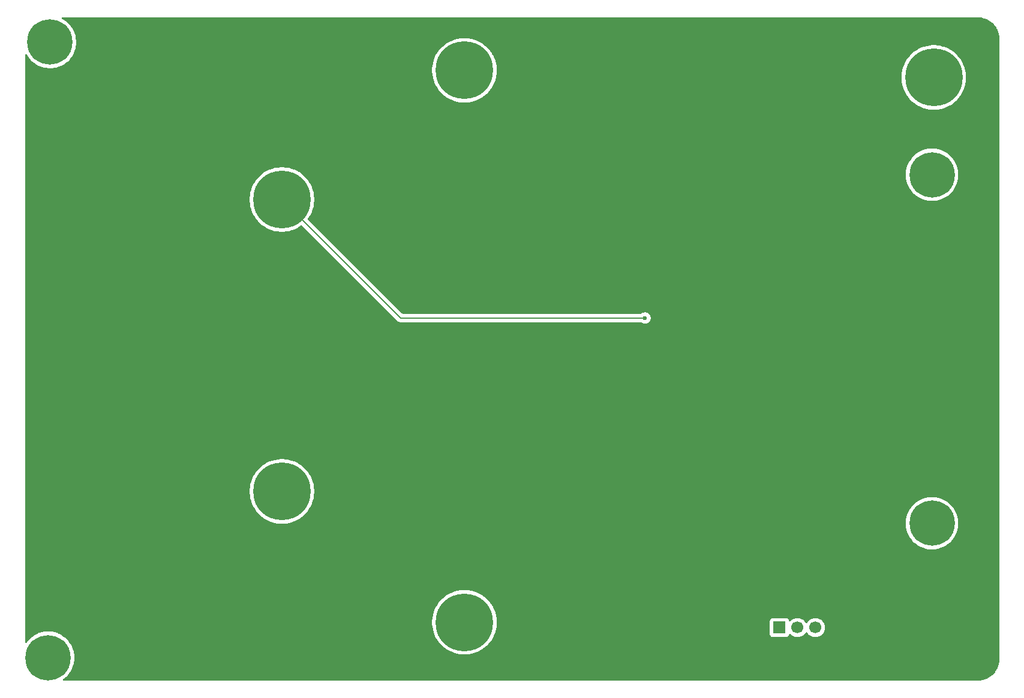
<source format=gbr>
%TF.GenerationSoftware,KiCad,Pcbnew,9.0.3*%
%TF.CreationDate,2025-10-13T23:01:42-05:00*%
%TF.ProjectId,SuppMonTester,53757070-4d6f-46e5-9465-737465722e6b,rev?*%
%TF.SameCoordinates,Original*%
%TF.FileFunction,Copper,L2,Bot*%
%TF.FilePolarity,Positive*%
%FSLAX46Y46*%
G04 Gerber Fmt 4.6, Leading zero omitted, Abs format (unit mm)*
G04 Created by KiCad (PCBNEW 9.0.3) date 2025-10-13 23:01:42*
%MOMM*%
%LPD*%
G01*
G04 APERTURE LIST*
%TA.AperFunction,ComponentPad*%
%ADD10C,6.400000*%
%TD*%
%TA.AperFunction,ComponentPad*%
%ADD11C,8.115000*%
%TD*%
%TA.AperFunction,ComponentPad*%
%ADD12R,1.700000X1.700000*%
%TD*%
%TA.AperFunction,ComponentPad*%
%ADD13C,1.700000*%
%TD*%
%TA.AperFunction,ViaPad*%
%ADD14C,0.600000*%
%TD*%
%TA.AperFunction,Conductor*%
%ADD15C,0.200000*%
%TD*%
G04 APERTURE END LIST*
D10*
%TO.P,H2,1*%
%TO.N,N/C*%
X154500000Y-59250000D03*
%TD*%
D11*
%TO.P,J6,1,Pin_1*%
%TO.N,/UNREG_SENSE-*%
X88500000Y-44500000D03*
%TD*%
D12*
%TO.P,J3,1,Pin_1*%
%TO.N,/SER*%
X132960000Y-123250000D03*
D13*
%TO.P,J3,2,Pin_2*%
%TO.N,/SRCLK*%
X135500000Y-123250000D03*
%TO.P,J3,3,Pin_3*%
%TO.N,/RCLK*%
X138040000Y-123250000D03*
%TO.P,J3,4,Pin_4*%
%TO.N,GND*%
X140580000Y-123250000D03*
%TD*%
D10*
%TO.P,H4,1*%
%TO.N,N/C*%
X154500000Y-108500000D03*
%TD*%
%TO.P,H3,1*%
%TO.N,N/C*%
X29750000Y-127500000D03*
%TD*%
%TO.P,H1,1*%
%TO.N,N/C*%
X30000000Y-40500000D03*
%TD*%
D11*
%TO.P,J9,1,Pin_1*%
%TO.N,+3.3V*%
X154750000Y-45500000D03*
%TD*%
%TO.P,J8,1,Pin_1*%
%TO.N,GND*%
X154750000Y-123250000D03*
%TD*%
%TO.P,J7,1,Pin_1*%
%TO.N,/REG_SENSE-*%
X88500000Y-122500000D03*
%TD*%
%TO.P,J5,1,Pin_1*%
%TO.N,GND*%
X60250000Y-83375000D03*
%TD*%
%TO.P,J4,1,Pin_1*%
%TO.N,/REG_SENSE+*%
X62750000Y-104000000D03*
%TD*%
%TO.P,J2,1,Pin_1*%
%TO.N,/UNREG_SENSE+*%
X62750000Y-62750000D03*
%TD*%
D14*
%TO.N,GND*%
X124750000Y-82250000D03*
X124750000Y-80750000D03*
X123750000Y-83250000D03*
X122250000Y-83250000D03*
X123750000Y-79750000D03*
X122250000Y-79750000D03*
%TO.N,/UNREG_SENSE+*%
X114000000Y-79500000D03*
%TO.N,GND*%
X48000000Y-104250000D03*
X48000000Y-105750000D03*
X46000000Y-104250000D03*
X44000000Y-105750000D03*
X48000000Y-102750000D03*
X44000000Y-104250000D03*
X46000000Y-105750000D03*
X46000000Y-102750000D03*
X48000000Y-101250000D03*
X46000000Y-101250000D03*
X44000000Y-101250000D03*
X44000000Y-102750000D03*
X48000000Y-64500000D03*
X46000000Y-64500000D03*
X44000000Y-64500000D03*
X48000000Y-63000000D03*
X46000000Y-63000000D03*
X44000000Y-63000000D03*
X48000000Y-61500000D03*
X46000000Y-61500000D03*
X44000000Y-61500000D03*
X48000000Y-60000000D03*
X46000000Y-60000000D03*
X44000000Y-60000000D03*
%TD*%
D15*
%TO.N,/UNREG_SENSE+*%
X79500000Y-79500000D02*
X114000000Y-79500000D01*
X62750000Y-62750000D02*
X79500000Y-79500000D01*
%TD*%
%TA.AperFunction,Conductor*%
%TO.N,GND*%
G36*
X161003243Y-37000669D02*
G01*
X161212062Y-37011614D01*
X161307046Y-37016592D01*
X161319953Y-37017949D01*
X161451089Y-37038718D01*
X161617209Y-37065028D01*
X161629896Y-37067724D01*
X161920625Y-37145625D01*
X161932965Y-37149635D01*
X162213938Y-37257490D01*
X162225790Y-37262767D01*
X162493968Y-37399411D01*
X162505199Y-37405896D01*
X162687295Y-37524150D01*
X162757608Y-37569812D01*
X162768109Y-37577441D01*
X163002010Y-37766850D01*
X163011655Y-37775535D01*
X163224464Y-37988344D01*
X163233149Y-37997989D01*
X163422558Y-38231890D01*
X163430187Y-38242391D01*
X163594101Y-38494796D01*
X163600591Y-38506036D01*
X163737231Y-38774206D01*
X163742510Y-38786064D01*
X163850363Y-39067033D01*
X163854374Y-39079376D01*
X163932273Y-39370097D01*
X163934971Y-39382794D01*
X163982050Y-39680046D01*
X163983407Y-39692953D01*
X163999330Y-39996756D01*
X163999500Y-40003246D01*
X163999500Y-127746753D01*
X163999330Y-127753243D01*
X163983407Y-128057046D01*
X163982050Y-128069953D01*
X163934971Y-128367205D01*
X163932273Y-128379902D01*
X163854374Y-128670623D01*
X163850363Y-128682966D01*
X163742510Y-128963935D01*
X163737231Y-128975793D01*
X163600591Y-129243963D01*
X163594101Y-129255203D01*
X163430187Y-129507608D01*
X163422558Y-129518109D01*
X163233149Y-129752010D01*
X163224464Y-129761655D01*
X163011655Y-129974464D01*
X163002010Y-129983149D01*
X162768109Y-130172558D01*
X162757608Y-130180187D01*
X162505203Y-130344101D01*
X162493963Y-130350591D01*
X162225793Y-130487231D01*
X162213935Y-130492510D01*
X161932966Y-130600363D01*
X161920623Y-130604374D01*
X161629902Y-130682273D01*
X161617205Y-130684971D01*
X161319953Y-130732050D01*
X161307046Y-130733407D01*
X161003244Y-130749330D01*
X160996754Y-130749500D01*
X31956277Y-130749500D01*
X31889238Y-130729815D01*
X31843483Y-130677011D01*
X31833539Y-130607853D01*
X31862564Y-130544297D01*
X31887386Y-130522398D01*
X31957044Y-130475854D01*
X32238101Y-130245197D01*
X32495197Y-129988101D01*
X32725854Y-129707044D01*
X32927853Y-129404732D01*
X33099247Y-129084076D01*
X33238386Y-128748164D01*
X33343930Y-128400233D01*
X33343932Y-128400223D01*
X33343935Y-128400212D01*
X33410903Y-128063533D01*
X33414862Y-128043631D01*
X33450500Y-127681794D01*
X33450500Y-127318206D01*
X33414862Y-126956369D01*
X33393940Y-126851186D01*
X33343935Y-126599787D01*
X33343932Y-126599776D01*
X33343931Y-126599773D01*
X33343930Y-126599767D01*
X33238386Y-126251836D01*
X33099247Y-125915924D01*
X32927853Y-125595268D01*
X32725854Y-125292956D01*
X32495197Y-125011899D01*
X32495196Y-125011898D01*
X32495192Y-125011893D01*
X32238106Y-124754807D01*
X31957049Y-124524150D01*
X31957048Y-124524149D01*
X31957044Y-124524146D01*
X31654732Y-124322147D01*
X31654727Y-124322144D01*
X31654720Y-124322140D01*
X31334083Y-124150756D01*
X31334078Y-124150754D01*
X31327120Y-124147872D01*
X31235690Y-124110000D01*
X30998165Y-124011614D01*
X30650223Y-123906067D01*
X30650212Y-123906064D01*
X30293630Y-123835137D01*
X30021111Y-123808296D01*
X29931794Y-123799500D01*
X29568206Y-123799500D01*
X29485679Y-123807628D01*
X29206369Y-123835137D01*
X28849787Y-123906064D01*
X28849776Y-123906067D01*
X28501834Y-124011614D01*
X28165921Y-124150754D01*
X28165916Y-124150756D01*
X27845279Y-124322140D01*
X27845261Y-124322151D01*
X27542964Y-124524140D01*
X27542950Y-124524150D01*
X27261893Y-124754807D01*
X27004807Y-125011893D01*
X26774150Y-125292950D01*
X26774139Y-125292964D01*
X26727602Y-125362613D01*
X26673989Y-125407418D01*
X26604664Y-125416125D01*
X26541637Y-125385970D01*
X26504918Y-125326527D01*
X26500500Y-125293722D01*
X26500500Y-122300989D01*
X83942000Y-122300989D01*
X83942000Y-122699010D01*
X83976689Y-123095507D01*
X84045803Y-123487466D01*
X84045806Y-123487479D01*
X84148813Y-123871912D01*
X84148816Y-123871922D01*
X84148817Y-123871923D01*
X84270951Y-124207483D01*
X84284951Y-124245946D01*
X84453143Y-124606637D01*
X84453156Y-124606661D01*
X84652155Y-124951336D01*
X84652164Y-124951351D01*
X84880455Y-125277384D01*
X85075594Y-125509941D01*
X85136289Y-125582274D01*
X85417726Y-125863711D01*
X85479951Y-125915924D01*
X85722615Y-126119544D01*
X85722621Y-126119548D01*
X85722622Y-126119549D01*
X86048655Y-126347840D01*
X86371697Y-126534348D01*
X86393338Y-126546843D01*
X86393362Y-126546856D01*
X86754053Y-126715048D01*
X86754058Y-126715049D01*
X86754067Y-126715054D01*
X87128077Y-126851183D01*
X87128083Y-126851184D01*
X87128087Y-126851186D01*
X87232780Y-126879238D01*
X87512528Y-126954196D01*
X87904495Y-127023311D01*
X88300991Y-127057999D01*
X88300992Y-127058000D01*
X88300993Y-127058000D01*
X88699008Y-127058000D01*
X88699008Y-127057999D01*
X89095505Y-127023311D01*
X89487472Y-126954196D01*
X89871923Y-126851183D01*
X90245933Y-126715054D01*
X90493125Y-126599787D01*
X90606637Y-126546856D01*
X90606645Y-126546851D01*
X90606655Y-126546847D01*
X90951345Y-126347840D01*
X91277378Y-126119549D01*
X91582274Y-125863711D01*
X91863711Y-125582274D01*
X92119549Y-125277378D01*
X92347840Y-124951345D01*
X92546847Y-124606655D01*
X92546851Y-124606645D01*
X92546856Y-124606637D01*
X92715048Y-124245946D01*
X92715048Y-124245945D01*
X92715054Y-124245933D01*
X92851183Y-123871923D01*
X92954196Y-123487472D01*
X93023311Y-123095505D01*
X93058000Y-122699007D01*
X93058000Y-122352135D01*
X131609500Y-122352135D01*
X131609500Y-124147870D01*
X131609501Y-124147876D01*
X131615908Y-124207483D01*
X131666202Y-124342328D01*
X131666206Y-124342335D01*
X131752452Y-124457544D01*
X131752455Y-124457547D01*
X131867664Y-124543793D01*
X131867671Y-124543797D01*
X132002517Y-124594091D01*
X132002516Y-124594091D01*
X132009444Y-124594835D01*
X132062127Y-124600500D01*
X133857872Y-124600499D01*
X133917483Y-124594091D01*
X134052331Y-124543796D01*
X134167546Y-124457546D01*
X134253796Y-124342331D01*
X134302810Y-124210916D01*
X134344681Y-124154984D01*
X134410145Y-124130566D01*
X134478418Y-124145417D01*
X134506673Y-124166569D01*
X134620213Y-124280109D01*
X134792179Y-124405048D01*
X134792181Y-124405049D01*
X134792184Y-124405051D01*
X134981588Y-124501557D01*
X135183757Y-124567246D01*
X135393713Y-124600500D01*
X135393714Y-124600500D01*
X135606286Y-124600500D01*
X135606287Y-124600500D01*
X135816243Y-124567246D01*
X136018412Y-124501557D01*
X136207816Y-124405051D01*
X136294138Y-124342335D01*
X136379786Y-124280109D01*
X136379788Y-124280106D01*
X136379792Y-124280104D01*
X136530104Y-124129792D01*
X136530106Y-124129788D01*
X136530109Y-124129786D01*
X136655048Y-123957820D01*
X136655047Y-123957820D01*
X136655051Y-123957816D01*
X136659514Y-123949054D01*
X136707488Y-123898259D01*
X136775308Y-123881463D01*
X136841444Y-123903999D01*
X136880486Y-123949056D01*
X136884951Y-123957820D01*
X137009890Y-124129786D01*
X137160213Y-124280109D01*
X137332179Y-124405048D01*
X137332181Y-124405049D01*
X137332184Y-124405051D01*
X137521588Y-124501557D01*
X137723757Y-124567246D01*
X137933713Y-124600500D01*
X137933714Y-124600500D01*
X138146286Y-124600500D01*
X138146287Y-124600500D01*
X138356243Y-124567246D01*
X138558412Y-124501557D01*
X138747816Y-124405051D01*
X138834138Y-124342335D01*
X138919786Y-124280109D01*
X138919788Y-124280106D01*
X138919792Y-124280104D01*
X139070104Y-124129792D01*
X139070106Y-124129788D01*
X139070109Y-124129786D01*
X139195048Y-123957820D01*
X139195047Y-123957820D01*
X139195051Y-123957816D01*
X139291557Y-123768412D01*
X139357246Y-123566243D01*
X139390500Y-123356287D01*
X139390500Y-123143713D01*
X139357246Y-122933757D01*
X139291557Y-122731588D01*
X139195051Y-122542184D01*
X139195049Y-122542181D01*
X139195048Y-122542179D01*
X139070109Y-122370213D01*
X138919786Y-122219890D01*
X138747820Y-122094951D01*
X138558414Y-121998444D01*
X138558413Y-121998443D01*
X138558412Y-121998443D01*
X138356243Y-121932754D01*
X138356241Y-121932753D01*
X138356240Y-121932753D01*
X138194957Y-121907208D01*
X138146287Y-121899500D01*
X137933713Y-121899500D01*
X137885042Y-121907208D01*
X137723760Y-121932753D01*
X137521585Y-121998444D01*
X137332179Y-122094951D01*
X137160213Y-122219890D01*
X137009890Y-122370213D01*
X136884949Y-122542182D01*
X136880484Y-122550946D01*
X136832509Y-122601742D01*
X136764688Y-122618536D01*
X136698553Y-122595998D01*
X136659516Y-122550946D01*
X136655050Y-122542182D01*
X136530109Y-122370213D01*
X136379786Y-122219890D01*
X136207820Y-122094951D01*
X136018414Y-121998444D01*
X136018413Y-121998443D01*
X136018412Y-121998443D01*
X135816243Y-121932754D01*
X135816241Y-121932753D01*
X135816240Y-121932753D01*
X135654957Y-121907208D01*
X135606287Y-121899500D01*
X135393713Y-121899500D01*
X135345042Y-121907208D01*
X135183760Y-121932753D01*
X134981585Y-121998444D01*
X134792179Y-122094951D01*
X134620215Y-122219889D01*
X134506673Y-122333431D01*
X134445350Y-122366915D01*
X134375658Y-122361931D01*
X134319725Y-122320059D01*
X134302810Y-122289082D01*
X134253797Y-122157671D01*
X134253793Y-122157664D01*
X134167547Y-122042455D01*
X134167544Y-122042452D01*
X134052335Y-121956206D01*
X134052328Y-121956202D01*
X133917482Y-121905908D01*
X133917483Y-121905908D01*
X133857883Y-121899501D01*
X133857881Y-121899500D01*
X133857873Y-121899500D01*
X133857864Y-121899500D01*
X132062129Y-121899500D01*
X132062123Y-121899501D01*
X132002516Y-121905908D01*
X131867671Y-121956202D01*
X131867664Y-121956206D01*
X131752455Y-122042452D01*
X131752452Y-122042455D01*
X131666206Y-122157664D01*
X131666202Y-122157671D01*
X131615908Y-122292517D01*
X131609501Y-122352116D01*
X131609500Y-122352135D01*
X93058000Y-122352135D01*
X93058000Y-122300993D01*
X93023311Y-121904495D01*
X92954196Y-121512528D01*
X92851183Y-121128077D01*
X92715054Y-120754067D01*
X92715049Y-120754058D01*
X92715048Y-120754053D01*
X92546856Y-120393362D01*
X92546843Y-120393338D01*
X92534348Y-120371697D01*
X92347840Y-120048655D01*
X92119549Y-119722622D01*
X92119548Y-119722621D01*
X92119544Y-119722615D01*
X91863708Y-119417723D01*
X91582276Y-119136291D01*
X91277384Y-118880455D01*
X90951351Y-118652164D01*
X90951348Y-118652162D01*
X90951345Y-118652160D01*
X90848936Y-118593034D01*
X90606661Y-118453156D01*
X90606637Y-118453143D01*
X90245946Y-118284951D01*
X90245935Y-118284947D01*
X90245933Y-118284946D01*
X89871923Y-118148817D01*
X89871922Y-118148816D01*
X89871912Y-118148813D01*
X89487479Y-118045806D01*
X89487482Y-118045806D01*
X89487472Y-118045804D01*
X89432130Y-118036045D01*
X89095507Y-117976689D01*
X88699010Y-117942000D01*
X88699007Y-117942000D01*
X88300993Y-117942000D01*
X88300989Y-117942000D01*
X87904492Y-117976689D01*
X87512533Y-118045803D01*
X87512530Y-118045803D01*
X87512528Y-118045804D01*
X87512523Y-118045805D01*
X87512520Y-118045806D01*
X87128087Y-118148813D01*
X86754053Y-118284951D01*
X86393362Y-118453143D01*
X86393338Y-118453156D01*
X86048663Y-118652155D01*
X86048648Y-118652164D01*
X85722615Y-118880455D01*
X85417723Y-119136291D01*
X85136291Y-119417723D01*
X84880455Y-119722615D01*
X84652164Y-120048648D01*
X84652155Y-120048663D01*
X84453156Y-120393338D01*
X84453143Y-120393362D01*
X84284951Y-120754053D01*
X84148813Y-121128087D01*
X84045806Y-121512520D01*
X84045803Y-121512533D01*
X83976689Y-121904492D01*
X83942000Y-122300989D01*
X26500500Y-122300989D01*
X26500500Y-103800989D01*
X58192000Y-103800989D01*
X58192000Y-104199010D01*
X58226689Y-104595507D01*
X58295803Y-104987466D01*
X58295806Y-104987479D01*
X58398813Y-105371912D01*
X58534951Y-105745946D01*
X58703143Y-106106637D01*
X58703156Y-106106661D01*
X58902155Y-106451336D01*
X58902164Y-106451351D01*
X59130455Y-106777384D01*
X59325594Y-107009941D01*
X59386289Y-107082274D01*
X59667726Y-107363711D01*
X59776225Y-107454752D01*
X59972615Y-107619544D01*
X59972621Y-107619548D01*
X59972622Y-107619549D01*
X60298655Y-107847840D01*
X60486633Y-107956369D01*
X60643338Y-108046843D01*
X60643362Y-108046856D01*
X61004053Y-108215048D01*
X61004058Y-108215049D01*
X61004067Y-108215054D01*
X61378077Y-108351183D01*
X61378083Y-108351184D01*
X61378087Y-108351186D01*
X61482780Y-108379238D01*
X61762528Y-108454196D01*
X62154495Y-108523311D01*
X62550991Y-108557999D01*
X62550992Y-108558000D01*
X62550993Y-108558000D01*
X62949008Y-108558000D01*
X62949008Y-108557999D01*
X63345505Y-108523311D01*
X63737472Y-108454196D01*
X64121923Y-108351183D01*
X64212518Y-108318209D01*
X150799500Y-108318209D01*
X150799500Y-108681790D01*
X150835137Y-109043630D01*
X150906064Y-109400212D01*
X150906067Y-109400223D01*
X151011614Y-109748165D01*
X151150754Y-110084078D01*
X151150756Y-110084083D01*
X151322140Y-110404720D01*
X151322151Y-110404738D01*
X151524140Y-110707035D01*
X151524150Y-110707049D01*
X151754807Y-110988106D01*
X152011893Y-111245192D01*
X152011898Y-111245196D01*
X152011899Y-111245197D01*
X152292956Y-111475854D01*
X152595268Y-111677853D01*
X152595277Y-111677858D01*
X152595279Y-111677859D01*
X152915916Y-111849243D01*
X152915918Y-111849243D01*
X152915924Y-111849247D01*
X153251836Y-111988386D01*
X153599767Y-112093930D01*
X153599773Y-112093931D01*
X153599776Y-112093932D01*
X153599787Y-112093935D01*
X153956369Y-112164862D01*
X154318206Y-112200500D01*
X154318209Y-112200500D01*
X154681791Y-112200500D01*
X154681794Y-112200500D01*
X155043631Y-112164862D01*
X155113045Y-112151054D01*
X155400212Y-112093935D01*
X155400223Y-112093932D01*
X155400223Y-112093931D01*
X155400233Y-112093930D01*
X155748164Y-111988386D01*
X156084076Y-111849247D01*
X156404732Y-111677853D01*
X156707044Y-111475854D01*
X156988101Y-111245197D01*
X157245197Y-110988101D01*
X157475854Y-110707044D01*
X157677853Y-110404732D01*
X157849247Y-110084076D01*
X157988386Y-109748164D01*
X158093930Y-109400233D01*
X158093932Y-109400223D01*
X158093935Y-109400212D01*
X158164862Y-109043630D01*
X158200500Y-108681790D01*
X158200500Y-108318209D01*
X158164862Y-107956369D01*
X158093935Y-107599787D01*
X158093932Y-107599776D01*
X158093931Y-107599773D01*
X158093930Y-107599767D01*
X157988386Y-107251836D01*
X157849247Y-106915924D01*
X157677853Y-106595268D01*
X157475854Y-106292956D01*
X157245197Y-106011899D01*
X157245196Y-106011898D01*
X157245192Y-106011893D01*
X156988106Y-105754807D01*
X156707049Y-105524150D01*
X156707048Y-105524149D01*
X156707044Y-105524146D01*
X156404732Y-105322147D01*
X156404727Y-105322144D01*
X156404720Y-105322140D01*
X156084083Y-105150756D01*
X156084078Y-105150754D01*
X155748165Y-105011614D01*
X155400223Y-104906067D01*
X155400212Y-104906064D01*
X155043630Y-104835137D01*
X154771111Y-104808296D01*
X154681794Y-104799500D01*
X154318206Y-104799500D01*
X154235679Y-104807628D01*
X153956369Y-104835137D01*
X153599787Y-104906064D01*
X153599776Y-104906067D01*
X153251834Y-105011614D01*
X152915921Y-105150754D01*
X152915916Y-105150756D01*
X152595279Y-105322140D01*
X152595261Y-105322151D01*
X152292964Y-105524140D01*
X152292950Y-105524150D01*
X152011893Y-105754807D01*
X151754807Y-106011893D01*
X151524150Y-106292950D01*
X151524140Y-106292964D01*
X151322151Y-106595261D01*
X151322140Y-106595279D01*
X151150756Y-106915916D01*
X151150754Y-106915921D01*
X151011614Y-107251834D01*
X150906067Y-107599776D01*
X150906064Y-107599787D01*
X150835137Y-107956369D01*
X150799500Y-108318209D01*
X64212518Y-108318209D01*
X64495933Y-108215054D01*
X64658099Y-108139434D01*
X64856637Y-108046856D01*
X64856645Y-108046851D01*
X64856655Y-108046847D01*
X65201345Y-107847840D01*
X65527378Y-107619549D01*
X65832274Y-107363711D01*
X66113711Y-107082274D01*
X66369549Y-106777378D01*
X66597840Y-106451345D01*
X66796847Y-106106655D01*
X66796851Y-106106645D01*
X66796856Y-106106637D01*
X66965048Y-105745946D01*
X66965048Y-105745945D01*
X66965054Y-105745933D01*
X67101183Y-105371923D01*
X67204196Y-104987472D01*
X67273311Y-104595505D01*
X67308000Y-104199007D01*
X67308000Y-103800993D01*
X67273311Y-103404495D01*
X67204196Y-103012528D01*
X67101183Y-102628077D01*
X66965054Y-102254067D01*
X66965049Y-102254058D01*
X66965048Y-102254053D01*
X66796856Y-101893362D01*
X66796843Y-101893338D01*
X66784348Y-101871697D01*
X66597840Y-101548655D01*
X66369549Y-101222622D01*
X66369548Y-101222621D01*
X66369544Y-101222615D01*
X66113708Y-100917723D01*
X65832276Y-100636291D01*
X65527384Y-100380455D01*
X65201351Y-100152164D01*
X65201348Y-100152162D01*
X65201345Y-100152160D01*
X65098936Y-100093034D01*
X64856661Y-99953156D01*
X64856637Y-99953143D01*
X64495946Y-99784951D01*
X64495935Y-99784947D01*
X64495933Y-99784946D01*
X64121923Y-99648817D01*
X64121922Y-99648816D01*
X64121912Y-99648813D01*
X63737479Y-99545806D01*
X63737482Y-99545806D01*
X63737472Y-99545804D01*
X63682130Y-99536045D01*
X63345507Y-99476689D01*
X62949010Y-99442000D01*
X62949007Y-99442000D01*
X62550993Y-99442000D01*
X62550989Y-99442000D01*
X62154492Y-99476689D01*
X61762533Y-99545803D01*
X61762530Y-99545803D01*
X61762528Y-99545804D01*
X61762523Y-99545805D01*
X61762520Y-99545806D01*
X61378087Y-99648813D01*
X61004053Y-99784951D01*
X60643362Y-99953143D01*
X60643338Y-99953156D01*
X60298663Y-100152155D01*
X60298648Y-100152164D01*
X59972615Y-100380455D01*
X59667723Y-100636291D01*
X59386291Y-100917723D01*
X59130455Y-101222615D01*
X58902164Y-101548648D01*
X58902155Y-101548663D01*
X58703156Y-101893338D01*
X58703143Y-101893362D01*
X58534951Y-102254053D01*
X58398813Y-102628087D01*
X58295806Y-103012520D01*
X58295803Y-103012533D01*
X58226689Y-103404492D01*
X58192000Y-103800989D01*
X26500500Y-103800989D01*
X26500500Y-62550989D01*
X58192000Y-62550989D01*
X58192000Y-62949010D01*
X58226689Y-63345507D01*
X58295803Y-63737466D01*
X58295806Y-63737479D01*
X58398813Y-64121912D01*
X58534951Y-64495946D01*
X58703143Y-64856637D01*
X58703156Y-64856661D01*
X58902155Y-65201336D01*
X58902164Y-65201351D01*
X59130455Y-65527384D01*
X59325594Y-65759941D01*
X59386289Y-65832274D01*
X59667726Y-66113711D01*
X59776225Y-66204752D01*
X59972615Y-66369544D01*
X59972621Y-66369548D01*
X59972622Y-66369549D01*
X60298655Y-66597840D01*
X60621697Y-66784348D01*
X60643338Y-66796843D01*
X60643362Y-66796856D01*
X61004053Y-66965048D01*
X61004058Y-66965049D01*
X61004067Y-66965054D01*
X61378077Y-67101183D01*
X61378083Y-67101184D01*
X61378087Y-67101186D01*
X61482780Y-67129238D01*
X61762528Y-67204196D01*
X62154495Y-67273311D01*
X62550991Y-67307999D01*
X62550992Y-67308000D01*
X62550993Y-67308000D01*
X62949008Y-67308000D01*
X62949008Y-67307999D01*
X63345505Y-67273311D01*
X63737472Y-67204196D01*
X64121923Y-67101183D01*
X64495933Y-66965054D01*
X64495946Y-66965048D01*
X64856637Y-66796856D01*
X64856645Y-66796851D01*
X64856655Y-66796847D01*
X65201345Y-66597840D01*
X65437994Y-66432135D01*
X65504197Y-66409810D01*
X65571965Y-66426820D01*
X65596796Y-66446031D01*
X79015139Y-79864374D01*
X79015149Y-79864385D01*
X79019479Y-79868715D01*
X79019480Y-79868716D01*
X79131284Y-79980520D01*
X79182845Y-80010288D01*
X79218095Y-80030639D01*
X79218097Y-80030641D01*
X79256151Y-80052611D01*
X79268215Y-80059577D01*
X79420943Y-80100500D01*
X79579057Y-80100500D01*
X113420234Y-80100500D01*
X113487273Y-80120185D01*
X113489125Y-80121398D01*
X113620814Y-80209390D01*
X113620827Y-80209397D01*
X113766498Y-80269735D01*
X113766503Y-80269737D01*
X113921153Y-80300499D01*
X113921156Y-80300500D01*
X113921158Y-80300500D01*
X114078844Y-80300500D01*
X114078845Y-80300499D01*
X114233497Y-80269737D01*
X114379179Y-80209394D01*
X114510289Y-80121789D01*
X114621789Y-80010289D01*
X114709394Y-79879179D01*
X114769737Y-79733497D01*
X114800500Y-79578842D01*
X114800500Y-79421158D01*
X114800500Y-79421155D01*
X114800499Y-79421153D01*
X114769738Y-79266510D01*
X114769737Y-79266503D01*
X114769735Y-79266498D01*
X114709397Y-79120827D01*
X114709390Y-79120814D01*
X114621789Y-78989711D01*
X114621786Y-78989707D01*
X114510292Y-78878213D01*
X114510288Y-78878210D01*
X114379185Y-78790609D01*
X114379172Y-78790602D01*
X114233501Y-78730264D01*
X114233489Y-78730261D01*
X114078845Y-78699500D01*
X114078842Y-78699500D01*
X113921158Y-78699500D01*
X113921155Y-78699500D01*
X113766510Y-78730261D01*
X113766498Y-78730264D01*
X113620827Y-78790602D01*
X113620814Y-78790609D01*
X113489125Y-78878602D01*
X113422447Y-78899480D01*
X113420234Y-78899500D01*
X79800097Y-78899500D01*
X79733058Y-78879815D01*
X79712416Y-78863181D01*
X66446031Y-65596796D01*
X66412546Y-65535473D01*
X66417530Y-65465781D01*
X66432133Y-65437998D01*
X66597840Y-65201345D01*
X66796847Y-64856655D01*
X66796851Y-64856645D01*
X66796856Y-64856637D01*
X66965048Y-64495946D01*
X66965048Y-64495945D01*
X66965054Y-64495933D01*
X67101183Y-64121923D01*
X67204196Y-63737472D01*
X67273311Y-63345505D01*
X67308000Y-62949007D01*
X67308000Y-62550993D01*
X67273311Y-62154495D01*
X67204196Y-61762528D01*
X67101183Y-61378077D01*
X66965054Y-61004067D01*
X66965049Y-61004058D01*
X66965048Y-61004053D01*
X66796856Y-60643362D01*
X66796843Y-60643338D01*
X66713027Y-60498165D01*
X66597840Y-60298655D01*
X66369549Y-59972622D01*
X66369548Y-59972621D01*
X66369544Y-59972615D01*
X66113708Y-59667723D01*
X65832276Y-59386291D01*
X65562774Y-59160151D01*
X65527383Y-59130455D01*
X65527381Y-59130454D01*
X65527378Y-59130451D01*
X65438487Y-59068209D01*
X150799500Y-59068209D01*
X150799500Y-59431790D01*
X150835137Y-59793630D01*
X150906064Y-60150212D01*
X150906067Y-60150223D01*
X151011614Y-60498165D01*
X151150754Y-60834078D01*
X151150756Y-60834083D01*
X151322140Y-61154720D01*
X151322151Y-61154738D01*
X151524140Y-61457035D01*
X151524150Y-61457049D01*
X151754807Y-61738106D01*
X152011893Y-61995192D01*
X152011898Y-61995196D01*
X152011899Y-61995197D01*
X152292956Y-62225854D01*
X152595268Y-62427853D01*
X152595277Y-62427858D01*
X152595279Y-62427859D01*
X152915916Y-62599243D01*
X152915918Y-62599243D01*
X152915924Y-62599247D01*
X153251836Y-62738386D01*
X153599767Y-62843930D01*
X153599773Y-62843931D01*
X153599776Y-62843932D01*
X153599787Y-62843935D01*
X153956369Y-62914862D01*
X154318206Y-62950500D01*
X154318209Y-62950500D01*
X154681791Y-62950500D01*
X154681794Y-62950500D01*
X155043631Y-62914862D01*
X155113045Y-62901054D01*
X155400212Y-62843935D01*
X155400223Y-62843932D01*
X155400223Y-62843931D01*
X155400233Y-62843930D01*
X155748164Y-62738386D01*
X156084076Y-62599247D01*
X156404732Y-62427853D01*
X156707044Y-62225854D01*
X156988101Y-61995197D01*
X157245197Y-61738101D01*
X157475854Y-61457044D01*
X157677853Y-61154732D01*
X157849247Y-60834076D01*
X157988386Y-60498164D01*
X158093930Y-60150233D01*
X158093932Y-60150223D01*
X158093935Y-60150212D01*
X158164862Y-59793630D01*
X158200500Y-59431794D01*
X158200500Y-59068206D01*
X158164862Y-58706369D01*
X158164220Y-58703143D01*
X158093935Y-58349787D01*
X158093932Y-58349776D01*
X158093931Y-58349773D01*
X158093930Y-58349767D01*
X157988386Y-58001836D01*
X157849247Y-57665924D01*
X157677853Y-57345268D01*
X157475854Y-57042956D01*
X157245197Y-56761899D01*
X157245196Y-56761898D01*
X157245192Y-56761893D01*
X156988106Y-56504807D01*
X156707049Y-56274150D01*
X156707048Y-56274149D01*
X156707044Y-56274146D01*
X156404732Y-56072147D01*
X156404727Y-56072144D01*
X156404720Y-56072140D01*
X156084083Y-55900756D01*
X156084078Y-55900754D01*
X155748165Y-55761614D01*
X155400223Y-55656067D01*
X155400212Y-55656064D01*
X155043630Y-55585137D01*
X154771111Y-55558296D01*
X154681794Y-55549500D01*
X154318206Y-55549500D01*
X154235679Y-55557628D01*
X153956369Y-55585137D01*
X153599787Y-55656064D01*
X153599776Y-55656067D01*
X153251834Y-55761614D01*
X152915921Y-55900754D01*
X152915916Y-55900756D01*
X152595279Y-56072140D01*
X152595261Y-56072151D01*
X152292964Y-56274140D01*
X152292950Y-56274150D01*
X152011893Y-56504807D01*
X151754807Y-56761893D01*
X151524150Y-57042950D01*
X151524140Y-57042964D01*
X151322151Y-57345261D01*
X151322140Y-57345279D01*
X151150756Y-57665916D01*
X151150754Y-57665921D01*
X151011614Y-58001834D01*
X150906067Y-58349776D01*
X150906064Y-58349787D01*
X150835137Y-58706369D01*
X150799500Y-59068209D01*
X65438487Y-59068209D01*
X65201345Y-58902160D01*
X65098936Y-58843034D01*
X64856661Y-58703156D01*
X64856637Y-58703143D01*
X64495946Y-58534951D01*
X64495935Y-58534947D01*
X64495933Y-58534946D01*
X64121923Y-58398817D01*
X64121922Y-58398816D01*
X64121912Y-58398813D01*
X63737479Y-58295806D01*
X63737482Y-58295806D01*
X63737472Y-58295804D01*
X63682130Y-58286045D01*
X63345507Y-58226689D01*
X62949010Y-58192000D01*
X62949007Y-58192000D01*
X62550993Y-58192000D01*
X62550989Y-58192000D01*
X62154492Y-58226689D01*
X61762533Y-58295803D01*
X61762530Y-58295803D01*
X61762528Y-58295804D01*
X61762523Y-58295805D01*
X61762520Y-58295806D01*
X61378087Y-58398813D01*
X61004053Y-58534951D01*
X60643362Y-58703143D01*
X60643338Y-58703156D01*
X60298663Y-58902155D01*
X60298648Y-58902164D01*
X59972615Y-59130455D01*
X59667723Y-59386291D01*
X59386291Y-59667723D01*
X59130455Y-59972615D01*
X58902164Y-60298648D01*
X58902155Y-60298663D01*
X58703156Y-60643338D01*
X58703143Y-60643362D01*
X58534951Y-61004053D01*
X58398813Y-61378087D01*
X58295806Y-61762520D01*
X58295803Y-61762533D01*
X58226689Y-62154492D01*
X58192000Y-62550989D01*
X26500500Y-62550989D01*
X26500500Y-44300989D01*
X83942000Y-44300989D01*
X83942000Y-44699010D01*
X83976689Y-45095507D01*
X84045803Y-45487466D01*
X84045806Y-45487479D01*
X84148813Y-45871912D01*
X84148816Y-45871922D01*
X84148817Y-45871923D01*
X84230194Y-46095505D01*
X84284951Y-46245946D01*
X84453143Y-46606637D01*
X84453156Y-46606661D01*
X84652155Y-46951336D01*
X84652164Y-46951351D01*
X84880455Y-47277384D01*
X85075594Y-47509941D01*
X85136289Y-47582274D01*
X85417726Y-47863711D01*
X85522153Y-47951336D01*
X85722615Y-48119544D01*
X85722621Y-48119548D01*
X85722622Y-48119549D01*
X86048655Y-48347840D01*
X86371697Y-48534348D01*
X86393338Y-48546843D01*
X86393362Y-48546856D01*
X86754053Y-48715048D01*
X86754058Y-48715049D01*
X86754067Y-48715054D01*
X87128077Y-48851183D01*
X87128083Y-48851184D01*
X87128087Y-48851186D01*
X87174832Y-48863711D01*
X87512528Y-48954196D01*
X87904495Y-49023311D01*
X88300991Y-49057999D01*
X88300992Y-49058000D01*
X88300993Y-49058000D01*
X88699008Y-49058000D01*
X88699008Y-49057999D01*
X89095505Y-49023311D01*
X89487472Y-48954196D01*
X89871923Y-48851183D01*
X90245933Y-48715054D01*
X90245946Y-48715048D01*
X90606637Y-48546856D01*
X90606645Y-48546851D01*
X90606655Y-48546847D01*
X90951345Y-48347840D01*
X91277378Y-48119549D01*
X91582274Y-47863711D01*
X91863711Y-47582274D01*
X92119549Y-47277378D01*
X92347840Y-46951345D01*
X92546847Y-46606655D01*
X92546851Y-46606645D01*
X92546856Y-46606637D01*
X92715048Y-46245946D01*
X92715048Y-46245945D01*
X92715054Y-46245933D01*
X92851183Y-45871923D01*
X92954196Y-45487472D01*
X92987078Y-45300992D01*
X92987079Y-45300989D01*
X150192000Y-45300989D01*
X150192000Y-45699010D01*
X150226689Y-46095507D01*
X150295803Y-46487466D01*
X150295806Y-46487479D01*
X150398813Y-46871912D01*
X150534951Y-47245946D01*
X150703143Y-47606637D01*
X150703156Y-47606661D01*
X150902155Y-47951336D01*
X150902164Y-47951351D01*
X151130455Y-48277384D01*
X151325594Y-48509941D01*
X151386289Y-48582274D01*
X151667726Y-48863711D01*
X151775558Y-48954193D01*
X151972615Y-49119544D01*
X151972621Y-49119548D01*
X151972622Y-49119549D01*
X152298655Y-49347840D01*
X152621697Y-49534348D01*
X152643338Y-49546843D01*
X152643362Y-49546856D01*
X153004053Y-49715048D01*
X153004058Y-49715049D01*
X153004067Y-49715054D01*
X153378077Y-49851183D01*
X153378083Y-49851184D01*
X153378087Y-49851186D01*
X153482780Y-49879238D01*
X153762528Y-49954196D01*
X154154495Y-50023311D01*
X154550991Y-50057999D01*
X154550992Y-50058000D01*
X154550993Y-50058000D01*
X154949008Y-50058000D01*
X154949008Y-50057999D01*
X155345505Y-50023311D01*
X155737472Y-49954196D01*
X156121923Y-49851183D01*
X156495933Y-49715054D01*
X156495946Y-49715048D01*
X156856637Y-49546856D01*
X156856645Y-49546851D01*
X156856655Y-49546847D01*
X157201345Y-49347840D01*
X157527378Y-49119549D01*
X157832274Y-48863711D01*
X158113711Y-48582274D01*
X158369549Y-48277378D01*
X158597840Y-47951345D01*
X158796847Y-47606655D01*
X158796851Y-47606645D01*
X158796856Y-47606637D01*
X158965048Y-47245946D01*
X158965048Y-47245945D01*
X158965054Y-47245933D01*
X159101183Y-46871923D01*
X159204196Y-46487472D01*
X159273311Y-46095505D01*
X159308000Y-45699007D01*
X159308000Y-45300993D01*
X159273311Y-44904495D01*
X159204196Y-44512528D01*
X159113725Y-44174884D01*
X159101186Y-44128087D01*
X159101184Y-44128083D01*
X159101183Y-44128077D01*
X158965054Y-43754067D01*
X158965049Y-43754058D01*
X158965048Y-43754053D01*
X158796856Y-43393362D01*
X158796843Y-43393338D01*
X158784348Y-43371697D01*
X158597840Y-43048655D01*
X158369549Y-42722622D01*
X158369548Y-42722621D01*
X158369544Y-42722615D01*
X158113708Y-42417723D01*
X157832276Y-42136291D01*
X157527384Y-41880455D01*
X157201351Y-41652164D01*
X157201348Y-41652162D01*
X157201345Y-41652160D01*
X157098936Y-41593034D01*
X156856661Y-41453156D01*
X156856637Y-41453143D01*
X156495946Y-41284951D01*
X156495935Y-41284947D01*
X156495933Y-41284946D01*
X156121923Y-41148817D01*
X156121922Y-41148816D01*
X156121912Y-41148813D01*
X155737479Y-41045806D01*
X155737482Y-41045806D01*
X155737472Y-41045804D01*
X155682130Y-41036045D01*
X155345507Y-40976689D01*
X154949010Y-40942000D01*
X154949007Y-40942000D01*
X154550993Y-40942000D01*
X154550989Y-40942000D01*
X154154492Y-40976689D01*
X153762533Y-41045803D01*
X153762530Y-41045803D01*
X153762528Y-41045804D01*
X153762523Y-41045805D01*
X153762520Y-41045806D01*
X153378087Y-41148813D01*
X153004053Y-41284951D01*
X152643362Y-41453143D01*
X152643338Y-41453156D01*
X152298663Y-41652155D01*
X152298648Y-41652164D01*
X151972615Y-41880455D01*
X151667723Y-42136291D01*
X151386291Y-42417723D01*
X151130455Y-42722615D01*
X150902164Y-43048648D01*
X150902155Y-43048663D01*
X150703156Y-43393338D01*
X150703143Y-43393362D01*
X150534951Y-43754053D01*
X150398813Y-44128087D01*
X150295806Y-44512520D01*
X150295803Y-44512533D01*
X150226689Y-44904492D01*
X150192000Y-45300989D01*
X92987079Y-45300989D01*
X92991352Y-45276754D01*
X92991352Y-45276753D01*
X93023310Y-45095511D01*
X93023310Y-45095510D01*
X93023311Y-45095505D01*
X93058000Y-44699007D01*
X93058000Y-44300993D01*
X93023311Y-43904495D01*
X92954196Y-43512528D01*
X92851183Y-43128077D01*
X92715054Y-42754067D01*
X92715049Y-42754058D01*
X92715048Y-42754053D01*
X92546856Y-42393362D01*
X92546843Y-42393338D01*
X92420941Y-42175270D01*
X92347840Y-42048655D01*
X92119549Y-41722622D01*
X92119548Y-41722621D01*
X92119544Y-41722615D01*
X91893440Y-41453156D01*
X91863711Y-41417726D01*
X91582274Y-41136289D01*
X91474437Y-41045803D01*
X91277384Y-40880455D01*
X90951351Y-40652164D01*
X90951348Y-40652162D01*
X90951345Y-40652160D01*
X90848936Y-40593034D01*
X90606661Y-40453156D01*
X90606637Y-40453143D01*
X90245946Y-40284951D01*
X90245935Y-40284947D01*
X90245933Y-40284946D01*
X89871923Y-40148817D01*
X89871922Y-40148816D01*
X89871912Y-40148813D01*
X89487479Y-40045806D01*
X89487482Y-40045806D01*
X89487472Y-40045804D01*
X89432130Y-40036045D01*
X89095507Y-39976689D01*
X88699010Y-39942000D01*
X88699007Y-39942000D01*
X88300993Y-39942000D01*
X88300989Y-39942000D01*
X87904492Y-39976689D01*
X87512533Y-40045803D01*
X87512530Y-40045803D01*
X87512528Y-40045804D01*
X87512523Y-40045805D01*
X87512520Y-40045806D01*
X87128087Y-40148813D01*
X86754053Y-40284951D01*
X86393362Y-40453143D01*
X86393338Y-40453156D01*
X86048663Y-40652155D01*
X86048648Y-40652164D01*
X85722615Y-40880455D01*
X85417723Y-41136291D01*
X85136291Y-41417723D01*
X84880455Y-41722615D01*
X84652164Y-42048648D01*
X84652155Y-42048663D01*
X84453156Y-42393338D01*
X84453143Y-42393362D01*
X84284951Y-42754053D01*
X84148813Y-43128087D01*
X84045806Y-43512520D01*
X84045803Y-43512533D01*
X83976689Y-43904492D01*
X83942000Y-44300989D01*
X26500500Y-44300989D01*
X26500500Y-42298008D01*
X26520185Y-42230969D01*
X26572989Y-42185214D01*
X26642147Y-42175270D01*
X26705703Y-42204295D01*
X26733858Y-42239555D01*
X26822140Y-42404720D01*
X26822151Y-42404738D01*
X27024140Y-42707035D01*
X27024150Y-42707049D01*
X27254807Y-42988106D01*
X27511893Y-43245192D01*
X27511898Y-43245196D01*
X27511899Y-43245197D01*
X27792956Y-43475854D01*
X28095268Y-43677853D01*
X28095277Y-43677858D01*
X28095279Y-43677859D01*
X28415916Y-43849243D01*
X28415918Y-43849243D01*
X28415924Y-43849247D01*
X28751836Y-43988386D01*
X29099767Y-44093930D01*
X29099773Y-44093931D01*
X29099776Y-44093932D01*
X29099787Y-44093935D01*
X29456369Y-44164862D01*
X29818206Y-44200500D01*
X29818209Y-44200500D01*
X30181791Y-44200500D01*
X30181794Y-44200500D01*
X30351434Y-44183791D01*
X30441878Y-44174884D01*
X30504485Y-44168717D01*
X30543631Y-44164862D01*
X30613045Y-44151054D01*
X30900212Y-44093935D01*
X30900223Y-44093932D01*
X30900223Y-44093931D01*
X30900233Y-44093930D01*
X31248164Y-43988386D01*
X31584076Y-43849247D01*
X31904732Y-43677853D01*
X32207044Y-43475854D01*
X32488101Y-43245197D01*
X32745197Y-42988101D01*
X32975854Y-42707044D01*
X33177853Y-42404732D01*
X33349247Y-42084076D01*
X33488386Y-41748164D01*
X33593930Y-41400233D01*
X33593932Y-41400223D01*
X33593935Y-41400212D01*
X33664862Y-41043630D01*
X33674872Y-40942000D01*
X33700500Y-40681794D01*
X33700500Y-40318206D01*
X33664862Y-39956369D01*
X33660434Y-39934108D01*
X33593935Y-39599787D01*
X33593932Y-39599776D01*
X33593931Y-39599773D01*
X33593930Y-39599767D01*
X33488386Y-39251836D01*
X33349247Y-38915924D01*
X33279835Y-38786064D01*
X33177859Y-38595279D01*
X33177858Y-38595277D01*
X33177853Y-38595268D01*
X32975854Y-38292956D01*
X32745197Y-38011899D01*
X32745196Y-38011898D01*
X32745192Y-38011893D01*
X32488106Y-37754807D01*
X32207049Y-37524150D01*
X32207048Y-37524149D01*
X32207044Y-37524146D01*
X31904732Y-37322147D01*
X31904727Y-37322144D01*
X31904720Y-37322140D01*
X31739555Y-37233858D01*
X31689711Y-37184896D01*
X31674250Y-37116758D01*
X31698082Y-37051079D01*
X31753639Y-37008710D01*
X31798008Y-37000500D01*
X160934108Y-37000500D01*
X160996754Y-37000500D01*
X161003243Y-37000669D01*
G37*
%TD.AperFunction*%
%TD*%
M02*

</source>
